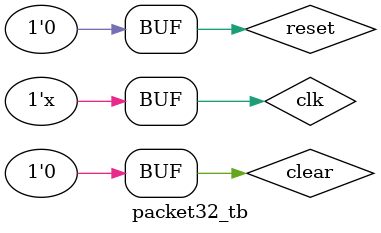
<source format=v>


module packet32_tb();

   wire [35:0] data;
   wire       src_rdy, dst_rdy;

   wire       clear = 0;
   reg 	      clk = 0;
   reg 	      reset = 1;

   always #10 clk <= ~clk;
   initial #1000 reset <= 0;

   initial $dumpfile("packet32_tb.vcd");
   initial $dumpvars(0,packet32_tb);

   wire [31:0] total, crc_err, seq_err, len_err;
   
   packet_generator32 pkt_gen (.clk(clk), .reset(reset), .clear(clear),
			       .data_o(data), .src_rdy_o(src_rdy), .dst_rdy_i(dst_rdy));

   packet_verifier32 pkt_ver (.clk(clk), .reset(reset), .clear(clear),
			      .data_i(data), .src_rdy_i(src_rdy), .dst_rdy_o(dst_rdy),
			      .total(total), .crc_err(crc_err), .seq_err(seq_err), .len_err(len_err));

endmodule // packet32_tb

</source>
